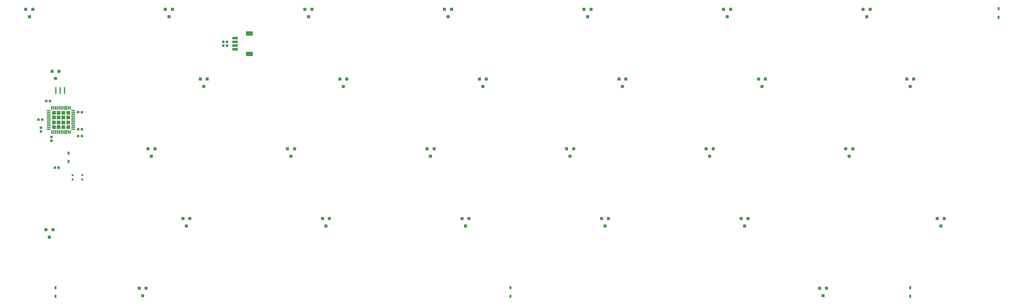
<source format=gbr>
%TF.GenerationSoftware,KiCad,Pcbnew,(5.99.0-13123-g97e9348ee1)*%
%TF.CreationDate,2021-12-06T14:10:23+03:00*%
%TF.ProjectId,Monoflex60,4d6f6e6f-666c-4657-9836-302e6b696361,rev?*%
%TF.SameCoordinates,Original*%
%TF.FileFunction,Paste,Bot*%
%TF.FilePolarity,Positive*%
%FSLAX46Y46*%
G04 Gerber Fmt 4.6, Leading zero omitted, Abs format (unit mm)*
G04 Created by KiCad (PCBNEW (5.99.0-13123-g97e9348ee1)) date 2021-12-06 14:10:23*
%MOMM*%
%LPD*%
G01*
G04 APERTURE LIST*
G04 Aperture macros list*
%AMRoundRect*
0 Rectangle with rounded corners*
0 $1 Rounding radius*
0 $2 $3 $4 $5 $6 $7 $8 $9 X,Y pos of 4 corners*
0 Add a 4 corners polygon primitive as box body*
4,1,4,$2,$3,$4,$5,$6,$7,$8,$9,$2,$3,0*
0 Add four circle primitives for the rounded corners*
1,1,$1+$1,$2,$3*
1,1,$1+$1,$4,$5*
1,1,$1+$1,$6,$7*
1,1,$1+$1,$8,$9*
0 Add four rect primitives between the rounded corners*
20,1,$1+$1,$2,$3,$4,$5,0*
20,1,$1+$1,$4,$5,$6,$7,0*
20,1,$1+$1,$6,$7,$8,$9,0*
20,1,$1+$1,$8,$9,$2,$3,0*%
G04 Aperture macros list end*
%ADD10RoundRect,0.104000X-0.296000X0.346000X-0.296000X-0.346000X0.296000X-0.346000X0.296000X0.346000X0*%
%ADD11R,0.600000X0.850000*%
%ADD12RoundRect,0.090000X-0.210000X-0.210000X0.210000X-0.210000X0.210000X0.210000X-0.210000X0.210000X0*%
%ADD13RoundRect,0.091000X-0.684000X0.259000X-0.684000X-0.259000X0.684000X-0.259000X0.684000X0.259000X0*%
%ADD14RoundRect,0.144000X-0.756000X0.456000X-0.756000X-0.456000X0.756000X-0.456000X0.756000X0.456000X0*%
%ADD15RoundRect,0.250000X-0.275000X-0.275000X0.275000X-0.275000X0.275000X0.275000X-0.275000X0.275000X0*%
%ADD16R,1.075000X0.300000*%
%ADD17R,0.300000X1.075000*%
%ADD18R,0.400000X1.900000*%
%ADD19RoundRect,0.090000X0.210000X0.210000X-0.210000X0.210000X-0.210000X-0.210000X0.210000X-0.210000X0*%
%ADD20RoundRect,0.090000X0.210000X-0.210000X0.210000X0.210000X-0.210000X0.210000X-0.210000X-0.210000X0*%
%ADD21R,0.550000X0.570000*%
G04 APERTURE END LIST*
D10*
%TO.C,D1*%
X73662500Y-91075000D03*
X75562500Y-91075000D03*
X74612500Y-93075000D03*
%TD*%
%TO.C,D2*%
X111762500Y-91075000D03*
X113662500Y-91075000D03*
X112712500Y-93075000D03*
%TD*%
%TO.C,D4*%
X187962500Y-91075000D03*
X189862500Y-91075000D03*
X188912500Y-93075000D03*
%TD*%
%TO.C,D5*%
X226062500Y-91075000D03*
X227962500Y-91075000D03*
X227012500Y-93075000D03*
%TD*%
%TO.C,D6*%
X264162500Y-91075000D03*
X266062500Y-91075000D03*
X265112500Y-93075000D03*
%TD*%
%TO.C,D7*%
X302262500Y-91075000D03*
X304162500Y-91075000D03*
X303212500Y-93075000D03*
%TD*%
%TO.C,D10*%
X121287500Y-110125000D03*
X123187500Y-110125000D03*
X122237500Y-112125000D03*
%TD*%
%TO.C,D11*%
X159387500Y-110125000D03*
X161287500Y-110125000D03*
X160337500Y-112125000D03*
%TD*%
%TO.C,D12*%
X197487500Y-110125000D03*
X199387500Y-110125000D03*
X198437500Y-112125000D03*
%TD*%
%TO.C,D13*%
X235587500Y-110125000D03*
X237487500Y-110125000D03*
X236537500Y-112125000D03*
%TD*%
%TO.C,D14*%
X273687500Y-110125000D03*
X275587500Y-110125000D03*
X274637500Y-112125000D03*
%TD*%
%TO.C,D15*%
X314168750Y-110125000D03*
X316068750Y-110125000D03*
X315118750Y-112125000D03*
%TD*%
%TO.C,D17*%
X145100000Y-129175000D03*
X147000000Y-129175000D03*
X146050000Y-131175000D03*
%TD*%
%TO.C,D18*%
X183200000Y-129175000D03*
X185100000Y-129175000D03*
X184150000Y-131175000D03*
%TD*%
%TO.C,D19*%
X221300000Y-129175000D03*
X223200000Y-129175000D03*
X222250000Y-131175000D03*
%TD*%
%TO.C,D20*%
X259400000Y-129175000D03*
X261300000Y-129175000D03*
X260350000Y-131175000D03*
%TD*%
%TO.C,D21*%
X297500000Y-129175000D03*
X299400000Y-129175000D03*
X298450000Y-131175000D03*
%TD*%
%TO.C,D24*%
X116525000Y-148225000D03*
X118425000Y-148225000D03*
X117475000Y-150225000D03*
%TD*%
%TO.C,D25*%
X154625000Y-148225000D03*
X156525000Y-148225000D03*
X155575000Y-150225000D03*
%TD*%
%TO.C,D26*%
X192725000Y-148225000D03*
X194625000Y-148225000D03*
X193675000Y-150225000D03*
%TD*%
%TO.C,D27*%
X230825000Y-148225000D03*
X232725000Y-148225000D03*
X231775000Y-150225000D03*
%TD*%
%TO.C,D28*%
X268925000Y-148225000D03*
X270825000Y-148225000D03*
X269875000Y-150225000D03*
%TD*%
%TO.C,D31*%
X104618750Y-167275000D03*
X106518750Y-167275000D03*
X105568750Y-169275000D03*
%TD*%
%TO.C,D33*%
X290356250Y-167275000D03*
X292256250Y-167275000D03*
X291306250Y-169275000D03*
%TD*%
D11*
%TO.C,D34*%
X315118750Y-169425000D03*
X315118750Y-167125000D03*
%TD*%
D12*
%TO.C,R1*%
X127568500Y-99949000D03*
X128568500Y-99949000D03*
%TD*%
%TO.C,R2*%
X127568500Y-100949000D03*
X128568500Y-100949000D03*
%TD*%
D10*
%TO.C,D3*%
X149862500Y-91075000D03*
X151762500Y-91075000D03*
X150812500Y-93075000D03*
%TD*%
D13*
%TO.C,J1*%
X130768500Y-98949000D03*
X130768500Y-99949000D03*
X130768500Y-100949000D03*
X130768500Y-101949000D03*
D14*
X134643500Y-97649000D03*
X134643500Y-103249000D03*
%TD*%
D15*
%TO.C,U1*%
X81313220Y-120639160D03*
X81313220Y-119339160D03*
X83913220Y-121939160D03*
X82613220Y-123239160D03*
X85213220Y-119339160D03*
X82613220Y-119339160D03*
X82613220Y-120639160D03*
X82613220Y-121939160D03*
X83913220Y-119339160D03*
X81313220Y-121939160D03*
X83913220Y-120639160D03*
X85213220Y-123239160D03*
X85213220Y-121939160D03*
X83913220Y-123239160D03*
X85213220Y-120639160D03*
X81313220Y-123239160D03*
D16*
X79925720Y-123789160D03*
X79925720Y-123289160D03*
X79925720Y-122789160D03*
X79925720Y-122289160D03*
X79925720Y-121789160D03*
X79925720Y-121289160D03*
X79925720Y-120789160D03*
X79925720Y-120289160D03*
X79925720Y-119789160D03*
X79925720Y-119289160D03*
X79925720Y-118789160D03*
D17*
X80763220Y-117951660D03*
X81263220Y-117951660D03*
X81763220Y-117951660D03*
X82263220Y-117951660D03*
X82763220Y-117951660D03*
X83263220Y-117951660D03*
X83763220Y-117951660D03*
X84263220Y-117951660D03*
X84763220Y-117951660D03*
X85263220Y-117951660D03*
X85763220Y-117951660D03*
D16*
X86600720Y-118789160D03*
X86600720Y-119289160D03*
X86600720Y-119789160D03*
X86600720Y-120289160D03*
X86600720Y-120789160D03*
X86600720Y-121289160D03*
X86600720Y-121789160D03*
X86600720Y-122289160D03*
X86600720Y-122789160D03*
X86600720Y-123289160D03*
X86600720Y-123789160D03*
D17*
X85763220Y-124626660D03*
X85263220Y-124626660D03*
X84763220Y-124626660D03*
X84263220Y-124626660D03*
X83763220Y-124626660D03*
X83263220Y-124626660D03*
X82763220Y-124626660D03*
X82263220Y-124626660D03*
X81763220Y-124626660D03*
X81263220Y-124626660D03*
X80763220Y-124626660D03*
%TD*%
D18*
%TO.C,Y1*%
X84213220Y-113243360D03*
X83013220Y-113243360D03*
X81813220Y-113243360D03*
%TD*%
D19*
%TO.C,C6*%
X78093220Y-121207180D03*
X77093220Y-121207180D03*
%TD*%
%TO.C,C4*%
X88940820Y-125704320D03*
X87940820Y-125704320D03*
%TD*%
%TO.C,C3*%
X88948820Y-119205120D03*
X87948820Y-119205120D03*
%TD*%
D12*
%TO.C,C2*%
X79252240Y-116088540D03*
X80252240Y-116088540D03*
%TD*%
D20*
%TO.C,C5*%
X80677500Y-126963140D03*
X80677500Y-125963140D03*
%TD*%
%TO.C,C1*%
X77774540Y-124414180D03*
X77774540Y-123414180D03*
%TD*%
D19*
%TO.C,R3*%
X88940820Y-123870720D03*
X87940820Y-123870720D03*
%TD*%
D10*
%TO.C,D16*%
X107000000Y-129175000D03*
X108900000Y-129175000D03*
X107950000Y-131175000D03*
%TD*%
D12*
%TO.C,R4*%
X81585180Y-134327900D03*
X82585180Y-134327900D03*
%TD*%
D21*
%TO.C,SW0*%
X88998980Y-137511400D03*
X86448980Y-137511400D03*
X88998980Y-136351400D03*
X86448980Y-136351400D03*
%TD*%
D11*
%TO.C,D22*%
X85325000Y-132625480D03*
X85325000Y-130325480D03*
%TD*%
D10*
%TO.C,D23*%
X79156520Y-151273000D03*
X81056520Y-151273000D03*
X80106520Y-153273000D03*
%TD*%
%TO.C,D9*%
X80806250Y-107966000D03*
X82706250Y-107966000D03*
X81756250Y-109966000D03*
%TD*%
%TO.C,D29*%
X322497410Y-148225000D03*
X324397410Y-148225000D03*
X323447410Y-150225000D03*
%TD*%
D11*
%TO.C,D8*%
X339260180Y-93225000D03*
X339260180Y-90925000D03*
%TD*%
%TO.C,D30*%
X81756250Y-169425000D03*
X81756250Y-167125000D03*
%TD*%
%TO.C,D32*%
X205930500Y-169425000D03*
X205930500Y-167125000D03*
%TD*%
M02*

</source>
